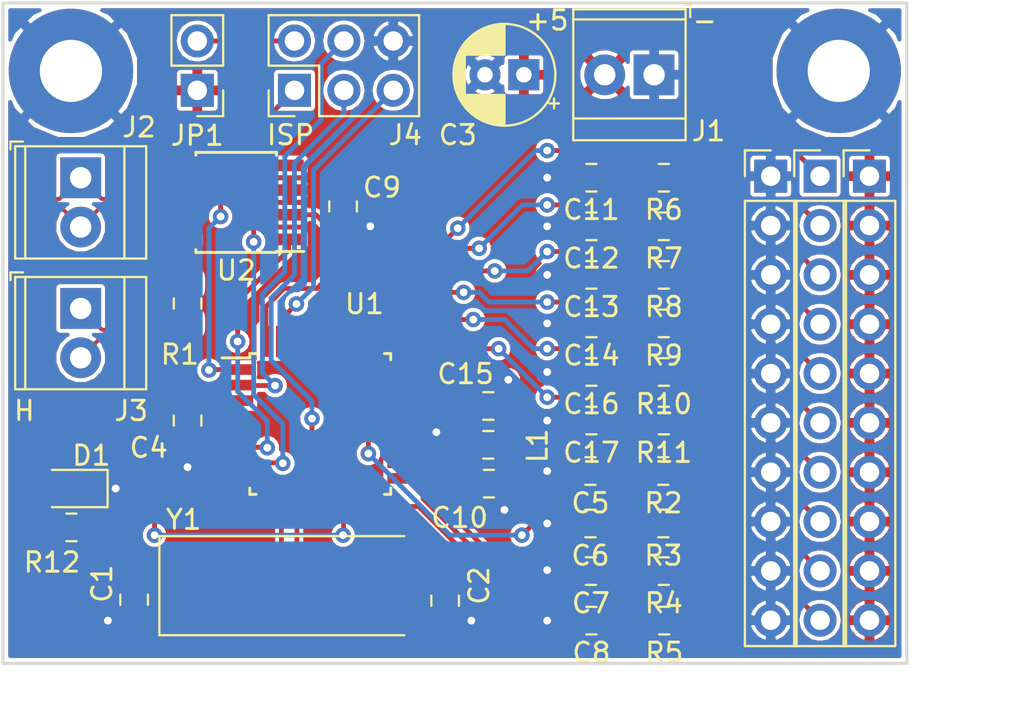
<source format=kicad_pcb>
(kicad_pcb (version 20171130) (host pcbnew 5.0.2+dfsg1-1)
  (layers (0 F.Cu signal) (31 B.Cu signal) (34 B.Paste user) (35 F.Paste user) (36 B.SilkS user) (37 F.SilkS user) (38 B.Mask user) (39 F.Mask user) (44 Edge.Cuts user))
  (net 0 "")
  (net 1 "Net-(C1-Pad1)")
  (net 2 GND)
  (net 3 "Net-(C2-Pad2)")
  (net 4 VCC)
  (net 5 /ADC8)
  (net 6 /ADC9)
  (net 7 /ADC10)
  (net 8 /ADC5)
  (net 9 VAA)
  (net 10 /PCINT15)
  (net 11 /PCINT5)
  (net 12 /PCINT6)
  (net 13 /PCINT16)
  (net 14 /AREF)
  (net 15 /PCINT8)
  (net 16 /PCINT17)
  (net 17 /CAN_N)
  (net 18 /CAN_P)
  (net 19 /ISP_MISO)
  (net 20 "Net-(J4-Pad2)")
  (net 21 /ISP_SCK)
  (net 22 /ISP_MOSI)
  (net 23 /~ISP_RESET)
  (net 24 /AIN0)
  (net 25 /AIN1)
  (net 26 /AIN2)
  (net 27 /AIN3)
  (net 28 /DIN0)
  (net 29 /DIN1)
  (net 30 /DIN2)
  (net 31 /DIN3)
  (net 32 /DIN4)
  (net 33 /DIN5)
  (net 34 /CAN_HISPEED)
  (net 35 "Net-(R1-Pad1)")
  (net 36 /CAN_TXD)
  (net 37 /CAN_RXD)
  (net 38 "Net-(D1-Pad2)")
  (module Capacitor_SMD:C_0805_2012Metric_Pad1.15x1.40mm_HandSolder (layer F.Cu) (at 129.75 92.725 270)
    (fp_text reference C1 (at -0.825 1.65 270) (layer F.SilkS))
    (fp_text value 22p)
    (pad 1 smd roundrect (at -1.025 0 270) (size 1.15 1.4) (layers F.Cu F.Paste F.Mask) (roundrect_rratio 0.217391) (net 1 "Net-(C1-Pad1)"))
    (pad 2 smd roundrect (at 1.025 0 270) (size 1.15 1.4) (layers F.Cu F.Paste F.Mask) (roundrect_rratio 0.217391) (net 2 GND))
  )
  (module Capacitor_SMD:C_0805_2012Metric_Pad1.15x1.40mm_HandSolder (layer F.Cu) (at 145.75 92.775 90)
    (fp_text reference C2 (at 0.775 1.75 90) (layer F.SilkS))
    (fp_text value 22p)
    (pad 1 smd roundrect (at -1.025 0 90) (size 1.15 1.4) (layers F.Cu F.Paste F.Mask) (roundrect_rratio 0.217391) (net 2 GND))
    (pad 2 smd roundrect (at 1.025 0 90) (size 1.15 1.4) (layers F.Cu F.Paste F.Mask) (roundrect_rratio 0.217391) (net 3 "Net-(C2-Pad2)"))
  )
  (module Capacitor_THT:CP_Radial_D5.0mm_P2.00mm (layer F.Cu) (at 149.8 65.7 180)
    (fp_text reference C3 (at 3.4 -3.1 180) (layer F.SilkS))
    (fp_text value 10u)
    (pad 1 thru_hole rect (at 0 0 180) (size 1.6 1.6) (drill 0.8) (layers *.Cu *.Mask) (net 4 VCC))
    (pad 2 thru_hole circle (at 2 0 180) (size 1.6 1.6) (drill 0.8) (layers *.Cu *.Mask) (net 2 GND))
  )
  (module Capacitor_SMD:C_0805_2012Metric_Pad1.15x1.40mm_HandSolder (layer F.Cu) (at 132.5 83.5 270)
    (fp_text reference C4 (at 1.4 2) (layer F.SilkS))
    (fp_text value 100n)
    (pad 1 smd roundrect (at -1.025 0 270) (size 1.15 1.4) (layers F.Cu F.Paste F.Mask) (roundrect_rratio 0.217391) (net 4 VCC))
    (pad 2 smd roundrect (at 1.025 0 270) (size 1.15 1.4) (layers F.Cu F.Paste F.Mask) (roundrect_rratio 0.217391) (net 2 GND))
  )
  (module Capacitor_SMD:C_0805_2012Metric_Pad1.15x1.40mm_HandSolder (layer F.Cu) (at 153.225 86.1 180)
    (fp_text reference C5 (at 0 -1.65 180) (layer F.SilkS))
    (fp_text value 10n)
    (pad 1 smd roundrect (at -1.025 0 180) (size 1.15 1.4) (layers F.Cu F.Paste F.Mask) (roundrect_rratio 0.217391) (net 7 /ADC10))
    (pad 2 smd roundrect (at 1.025 0 180) (size 1.15 1.4) (layers F.Cu F.Paste F.Mask) (roundrect_rratio 0.217391) (net 2 GND))
  )
  (module Capacitor_SMD:C_0805_2012Metric_Pad1.15x1.40mm_HandSolder (layer F.Cu) (at 153.225 88.8 180)
    (fp_text reference C6 (at 0 -1.65 180) (layer F.SilkS))
    (fp_text value 10n)
    (pad 1 smd roundrect (at -1.025 0 180) (size 1.15 1.4) (layers F.Cu F.Paste F.Mask) (roundrect_rratio 0.217391) (net 6 /ADC9))
    (pad 2 smd roundrect (at 1.025 0 180) (size 1.15 1.4) (layers F.Cu F.Paste F.Mask) (roundrect_rratio 0.217391) (net 2 GND))
  )
  (module Capacitor_SMD:C_0805_2012Metric_Pad1.15x1.40mm_HandSolder (layer F.Cu) (at 153.25 91.25 180)
    (fp_text reference C7 (at 0 -1.65 180) (layer F.SilkS))
    (fp_text value 10n)
    (pad 1 smd roundrect (at -1.025 0 180) (size 1.15 1.4) (layers F.Cu F.Paste F.Mask) (roundrect_rratio 0.217391) (net 5 /ADC8))
    (pad 2 smd roundrect (at 1.025 0 180) (size 1.15 1.4) (layers F.Cu F.Paste F.Mask) (roundrect_rratio 0.217391) (net 2 GND))
  )
  (module Capacitor_SMD:C_0805_2012Metric_Pad1.15x1.40mm_HandSolder (layer F.Cu) (at 153.275 93.8 180)
    (fp_text reference C8 (at 0 -1.65 180) (layer F.SilkS))
    (fp_text value 10n)
    (pad 2 smd roundrect (at 1.025 0 180) (size 1.15 1.4) (layers F.Cu F.Paste F.Mask) (roundrect_rratio 0.217391) (net 2 GND))
    (pad 1 smd roundrect (at -1.025 0 180) (size 1.15 1.4) (layers F.Cu F.Paste F.Mask) (roundrect_rratio 0.217391) (net 8 /ADC5))
  )
  (module Capacitor_SMD:C_0805_2012Metric_Pad1.15x1.40mm_HandSolder (layer F.Cu) (at 140.5 72.475 270)
    (fp_text reference C9 (at -0.975 -2) (layer F.SilkS))
    (fp_text value 100n)
    (pad 2 smd roundrect (at 1.025 0 270) (size 1.15 1.4) (layers F.Cu F.Paste F.Mask) (roundrect_rratio 0.217391) (net 2 GND))
    (pad 1 smd roundrect (at -1.025 0 270) (size 1.15 1.4) (layers F.Cu F.Paste F.Mask) (roundrect_rratio 0.217391) (net 4 VCC))
  )
  (module Capacitor_SMD:C_0805_2012Metric_Pad1.15x1.40mm_HandSolder (layer F.Cu) (at 148 86.75)
    (fp_text reference C10 (at -1.5 1.75) (layer F.SilkS))
    (fp_text value 100n)
    (pad 1 smd roundrect (at -1.025 0) (size 1.15 1.4) (layers F.Cu F.Paste F.Mask) (roundrect_rratio 0.217391) (net 9 VAA))
    (pad 2 smd roundrect (at 1.025 0) (size 1.15 1.4) (layers F.Cu F.Paste F.Mask) (roundrect_rratio 0.217391) (net 2 GND))
  )
  (module Capacitor_SMD:C_0805_2012Metric_Pad1.15x1.40mm_HandSolder (layer F.Cu) (at 153.275 71 180)
    (fp_text reference C11 (at 0 -1.65 180) (layer F.SilkS))
    (fp_text value 10n)
    (pad 2 smd roundrect (at 1.025 0 180) (size 1.15 1.4) (layers F.Cu F.Paste F.Mask) (roundrect_rratio 0.217391) (net 2 GND))
    (pad 1 smd roundrect (at -1.025 0 180) (size 1.15 1.4) (layers F.Cu F.Paste F.Mask) (roundrect_rratio 0.217391) (net 16 /PCINT17))
  )
  (module Capacitor_SMD:C_0805_2012Metric_Pad1.15x1.40mm_HandSolder (layer F.Cu) (at 153.275 73.5 180)
    (fp_text reference C12 (at 0 -1.65 180) (layer F.SilkS))
    (fp_text value 10n)
    (pad 2 smd roundrect (at 1.025 0 180) (size 1.15 1.4) (layers F.Cu F.Paste F.Mask) (roundrect_rratio 0.217391) (net 2 GND))
    (pad 1 smd roundrect (at -1.025 0 180) (size 1.15 1.4) (layers F.Cu F.Paste F.Mask) (roundrect_rratio 0.217391) (net 15 /PCINT8))
  )
  (module Capacitor_SMD:C_0805_2012Metric_Pad1.15x1.40mm_HandSolder (layer F.Cu) (at 153.275 76 180)
    (fp_text reference C13 (at 0 -1.65 180) (layer F.SilkS))
    (fp_text value 10n)
    (pad 2 smd roundrect (at 1.025 0 180) (size 1.15 1.4) (layers F.Cu F.Paste F.Mask) (roundrect_rratio 0.217391) (net 2 GND))
    (pad 1 smd roundrect (at -1.025 0 180) (size 1.15 1.4) (layers F.Cu F.Paste F.Mask) (roundrect_rratio 0.217391) (net 13 /PCINT16))
  )
  (module Capacitor_SMD:C_0805_2012Metric_Pad1.15x1.40mm_HandSolder (layer F.Cu) (at 153.275 78.5 180)
    (fp_text reference C14 (at 0 -1.65 180) (layer F.SilkS))
    (fp_text value 10n)
    (pad 2 smd roundrect (at 1.025 0 180) (size 1.15 1.4) (layers F.Cu F.Paste F.Mask) (roundrect_rratio 0.217391) (net 2 GND))
    (pad 1 smd roundrect (at -1.025 0 180) (size 1.15 1.4) (layers F.Cu F.Paste F.Mask) (roundrect_rratio 0.217391) (net 12 /PCINT6))
  )
  (module Capacitor_SMD:C_0805_2012Metric_Pad1.15x1.40mm_HandSolder (layer F.Cu) (at 147.975 82.75)
    (fp_text reference C15 (at -1.175 -1.65) (layer F.SilkS))
    (fp_text value 100n/0R)
    (pad 1 smd roundrect (at -1.025 0) (size 1.15 1.4) (layers F.Cu F.Paste F.Mask) (roundrect_rratio 0.217391) (net 14 /AREF))
    (pad 2 smd roundrect (at 1.025 0) (size 1.15 1.4) (layers F.Cu F.Paste F.Mask) (roundrect_rratio 0.217391) (net 2 GND))
  )
  (module Capacitor_SMD:C_0805_2012Metric_Pad1.15x1.40mm_HandSolder (layer F.Cu) (at 153.275 81 180)
    (fp_text reference C16 (at 0 -1.65 180) (layer F.SilkS))
    (fp_text value 10n)
    (pad 2 smd roundrect (at 1.025 0 180) (size 1.15 1.4) (layers F.Cu F.Paste F.Mask) (roundrect_rratio 0.217391) (net 2 GND))
    (pad 1 smd roundrect (at -1.025 0 180) (size 1.15 1.4) (layers F.Cu F.Paste F.Mask) (roundrect_rratio 0.217391) (net 11 /PCINT5))
  )
  (module Capacitor_SMD:C_0805_2012Metric_Pad1.15x1.40mm_HandSolder (layer F.Cu) (at 153.275 83.5 180)
    (fp_text reference C17 (at 0 -1.65 180) (layer F.SilkS))
    (fp_text value 10n)
    (pad 2 smd roundrect (at 1.025 0 180) (size 1.15 1.4) (layers F.Cu F.Paste F.Mask) (roundrect_rratio 0.217391) (net 2 GND))
    (pad 1 smd roundrect (at -1.025 0 180) (size 1.15 1.4) (layers F.Cu F.Paste F.Mask) (roundrect_rratio 0.217391) (net 10 /PCINT15))
  )
  (module TerminalBlock_TE-Connectivity:TerminalBlock_TE_282834-2_1x02_P2.54mm_Horizontal (layer F.Cu) (at 156.5 65.7 180)
    (fp_text reference J1 (at -2.8 -2.9 180) (layer F.SilkS))
    (fp_text value 5V)
    (pad 1 thru_hole rect (at 0 0 180) (size 2.1 2.1) (drill 1.1) (layers *.Cu *.Mask) (net 2 GND))
    (pad 2 thru_hole circle (at 2.54 0 180) (size 2.1 2.1) (drill 1.1) (layers *.Cu *.Mask) (net 4 VCC))
  )
  (module TerminalBlock_TE-Connectivity:TerminalBlock_TE_282834-2_1x02_P2.54mm_Horizontal (layer F.Cu) (at 127 71 270)
    (fp_text reference J2 (at -2.6 -3) (layer F.SilkS))
    (fp_text value "CAN IN")
    (pad 1 thru_hole rect (at 0 0 270) (size 2.1 2.1) (drill 1.1) (layers *.Cu *.Mask) (net 17 /CAN_N))
    (pad 2 thru_hole circle (at 2.54 0 270) (size 2.1 2.1) (drill 1.1) (layers *.Cu *.Mask) (net 18 /CAN_P))
  )
  (module TerminalBlock_TE-Connectivity:TerminalBlock_TE_282834-2_1x02_P2.54mm_Horizontal (layer F.Cu) (at 127 77.73 270)
    (fp_text reference J3 (at 5.27 -2.6) (layer F.SilkS))
    (fp_text value "CAN OUT")
    (pad 2 thru_hole circle (at 2.54 0 270) (size 2.1 2.1) (drill 1.1) (layers *.Cu *.Mask) (net 18 /CAN_P))
    (pad 1 thru_hole rect (at 0 0 270) (size 2.1 2.1) (drill 1.1) (layers *.Cu *.Mask) (net 17 /CAN_N))
  )
  (module Connector_PinHeader_2.54mm:PinHeader_2x03_P2.54mm_Vertical (layer F.Cu) (at 138 66.5 90)
    (fp_text reference J4 (at -2.3 5.7 180) (layer F.SilkS))
    (fp_text value AVR-ISP-6)
    (pad 1 thru_hole rect (at 0 0 90) (size 1.7 1.7) (drill 1) (layers *.Cu *.Mask) (net 19 /ISP_MISO))
    (pad 2 thru_hole oval (at 2.54 0 90) (size 1.7 1.7) (drill 1) (layers *.Cu *.Mask) (net 20 "Net-(J4-Pad2)"))
    (pad 3 thru_hole oval (at 0 2.54 90) (size 1.7 1.7) (drill 1) (layers *.Cu *.Mask) (net 21 /ISP_SCK))
    (pad 4 thru_hole oval (at 2.54 2.54 90) (size 1.7 1.7) (drill 1) (layers *.Cu *.Mask) (net 22 /ISP_MOSI))
    (pad 5 thru_hole oval (at 0 5.08 90) (size 1.7 1.7) (drill 1) (layers *.Cu *.Mask) (net 23 /~ISP_RESET))
    (pad 6 thru_hole oval (at 2.54 5.08 90) (size 1.7 1.7) (drill 1) (layers *.Cu *.Mask) (net 2 GND))
  )
  (module Connector_PinHeader_2.54mm:PinHeader_1x02_P2.54mm_Vertical (layer F.Cu) (at 133 66.5 180)
    (fp_text reference JP1 (at 0 -2.33 180) (layer F.SilkS))
    (fp_text value "ISP POWER")
    (pad 1 thru_hole rect (at 0 0 180) (size 1.7 1.7) (drill 1) (layers *.Cu *.Mask) (net 4 VCC))
    (pad 2 thru_hole oval (at 0 2.54 180) (size 1.7 1.7) (drill 1) (layers *.Cu *.Mask) (net 20 "Net-(J4-Pad2)"))
  )
  (module Inductor_SMD:L_0805_2012Metric_Pad1.15x1.40mm_HandSolder (layer F.Cu) (at 147.975 84.75 180)
    (fp_text reference L1 (at -2.525 -0.05 270) (layer F.SilkS))
    (fp_text value 10u)
    (pad 1 smd roundrect (at -1.025 0 180) (size 1.15 1.4) (layers F.Cu F.Paste F.Mask) (roundrect_rratio 0.217391) (net 4 VCC))
    (pad 2 smd roundrect (at 1.025 0 180) (size 1.15 1.4) (layers F.Cu F.Paste F.Mask) (roundrect_rratio 0.217391) (net 9 VAA))
  )
  (module Resistor_SMD:R_0805_2012Metric_Pad1.15x1.40mm_HandSolder (layer F.Cu) (at 132.5 77.475 270)
    (fp_text reference R1 (at 2.625 0.4) (layer F.SilkS))
    (fp_text value 0)
    (pad 2 smd roundrect (at 1.025 0 270) (size 1.15 1.4) (layers F.Cu F.Paste F.Mask) (roundrect_rratio 0.217391) (net 34 /CAN_HISPEED))
    (pad 1 smd roundrect (at -1.025 0 270) (size 1.15 1.4) (layers F.Cu F.Paste F.Mask) (roundrect_rratio 0.217391) (net 35 "Net-(R1-Pad1)"))
  )
  (module Resistor_SMD:R_0805_2012Metric_Pad1.15x1.40mm_HandSolder (layer F.Cu) (at 156.975 86.1 180)
    (fp_text reference R2 (at 0 -1.65 180) (layer F.SilkS))
    (fp_text value 0)
    (pad 2 smd roundrect (at 1.025 0 180) (size 1.15 1.4) (layers F.Cu F.Paste F.Mask) (roundrect_rratio 0.217391) (net 7 /ADC10))
    (pad 1 smd roundrect (at -1.025 0 180) (size 1.15 1.4) (layers F.Cu F.Paste F.Mask) (roundrect_rratio 0.217391) (net 24 /AIN0))
  )
  (module Resistor_SMD:R_0805_2012Metric_Pad1.15x1.40mm_HandSolder (layer F.Cu) (at 156.975 88.8 180)
    (fp_text reference R3 (at 0 -1.65 180) (layer F.SilkS))
    (fp_text value 0)
    (pad 2 smd roundrect (at 1.025 0 180) (size 1.15 1.4) (layers F.Cu F.Paste F.Mask) (roundrect_rratio 0.217391) (net 6 /ADC9))
    (pad 1 smd roundrect (at -1.025 0 180) (size 1.15 1.4) (layers F.Cu F.Paste F.Mask) (roundrect_rratio 0.217391) (net 25 /AIN1))
  )
  (module Resistor_SMD:R_0805_2012Metric_Pad1.15x1.40mm_HandSolder (layer F.Cu) (at 157 91.25 180)
    (fp_text reference R4 (at 0 -1.65 180) (layer F.SilkS))
    (fp_text value 0)
    (pad 1 smd roundrect (at -1.025 0 180) (size 1.15 1.4) (layers F.Cu F.Paste F.Mask) (roundrect_rratio 0.217391) (net 26 /AIN2))
    (pad 2 smd roundrect (at 1.025 0 180) (size 1.15 1.4) (layers F.Cu F.Paste F.Mask) (roundrect_rratio 0.217391) (net 5 /ADC8))
  )
  (module Resistor_SMD:R_0805_2012Metric_Pad1.15x1.40mm_HandSolder (layer F.Cu) (at 157.025 93.8 180)
    (fp_text reference R5 (at 0 -1.65 180) (layer F.SilkS))
    (fp_text value 0)
    (pad 1 smd roundrect (at -1.025 0 180) (size 1.15 1.4) (layers F.Cu F.Paste F.Mask) (roundrect_rratio 0.217391) (net 27 /AIN3))
    (pad 2 smd roundrect (at 1.025 0 180) (size 1.15 1.4) (layers F.Cu F.Paste F.Mask) (roundrect_rratio 0.217391) (net 8 /ADC5))
  )
  (module Resistor_SMD:R_0805_2012Metric_Pad1.15x1.40mm_HandSolder (layer F.Cu) (at 157 71 180)
    (fp_text reference R6 (at 0 -1.65 180) (layer F.SilkS))
    (fp_text value 0)
    (pad 1 smd roundrect (at -1.025 0 180) (size 1.15 1.4) (layers F.Cu F.Paste F.Mask) (roundrect_rratio 0.217391) (net 28 /DIN0))
    (pad 2 smd roundrect (at 1.025 0 180) (size 1.15 1.4) (layers F.Cu F.Paste F.Mask) (roundrect_rratio 0.217391) (net 16 /PCINT17))
  )
  (module Resistor_SMD:R_0805_2012Metric_Pad1.15x1.40mm_HandSolder (layer F.Cu) (at 157 73.5 180)
    (fp_text reference R7 (at 0 -1.65 180) (layer F.SilkS))
    (fp_text value 0)
    (pad 1 smd roundrect (at -1.025 0 180) (size 1.15 1.4) (layers F.Cu F.Paste F.Mask) (roundrect_rratio 0.217391) (net 29 /DIN1))
    (pad 2 smd roundrect (at 1.025 0 180) (size 1.15 1.4) (layers F.Cu F.Paste F.Mask) (roundrect_rratio 0.217391) (net 15 /PCINT8))
  )
  (module Resistor_SMD:R_0805_2012Metric_Pad1.15x1.40mm_HandSolder (layer F.Cu) (at 157 76 180)
    (fp_text reference R8 (at 0 -1.65 180) (layer F.SilkS))
    (fp_text value 0)
    (pad 1 smd roundrect (at -1.025 0 180) (size 1.15 1.4) (layers F.Cu F.Paste F.Mask) (roundrect_rratio 0.217391) (net 30 /DIN2))
    (pad 2 smd roundrect (at 1.025 0 180) (size 1.15 1.4) (layers F.Cu F.Paste F.Mask) (roundrect_rratio 0.217391) (net 13 /PCINT16))
  )
  (module Resistor_SMD:R_0805_2012Metric_Pad1.15x1.40mm_HandSolder (layer F.Cu) (at 157 78.5 180)
    (fp_text reference R9 (at 0 -1.65 180) (layer F.SilkS))
    (fp_text value 0)
    (pad 2 smd roundrect (at 1.025 0 180) (size 1.15 1.4) (layers F.Cu F.Paste F.Mask) (roundrect_rratio 0.217391) (net 12 /PCINT6))
    (pad 1 smd roundrect (at -1.025 0 180) (size 1.15 1.4) (layers F.Cu F.Paste F.Mask) (roundrect_rratio 0.217391) (net 31 /DIN3))
  )
  (module Resistor_SMD:R_0805_2012Metric_Pad1.15x1.40mm_HandSolder (layer F.Cu) (at 157 81 180)
    (fp_text reference R10 (at 0 -1.65 180) (layer F.SilkS))
    (fp_text value 0)
    (pad 2 smd roundrect (at 1.025 0 180) (size 1.15 1.4) (layers F.Cu F.Paste F.Mask) (roundrect_rratio 0.217391) (net 11 /PCINT5))
    (pad 1 smd roundrect (at -1.025 0 180) (size 1.15 1.4) (layers F.Cu F.Paste F.Mask) (roundrect_rratio 0.217391) (net 32 /DIN4))
  )
  (module Resistor_SMD:R_0805_2012Metric_Pad1.15x1.40mm_HandSolder (layer F.Cu) (at 157 83.5 180)
    (fp_text reference R11 (at 0 -1.65 180) (layer F.SilkS))
    (fp_text value 0)
    (pad 1 smd roundrect (at -1.025 0 180) (size 1.15 1.4) (layers F.Cu F.Paste F.Mask) (roundrect_rratio 0.217391) (net 33 /DIN5))
    (pad 2 smd roundrect (at 1.025 0 180) (size 1.15 1.4) (layers F.Cu F.Paste F.Mask) (roundrect_rratio 0.217391) (net 10 /PCINT15))
  )
  (module Package_QFP:TQFP-32_7x7mm_P0.8mm (layer F.Cu) (at 139.325001 83.675001)
    (fp_text reference U1 (at 2.274999 -6.175001) (layer F.SilkS))
    (fp_text value ATmega32M1-AU)
    (pad 1 smd rect (at -4.25 -2.8) (size 1.6 0.55) (layers F.Cu F.Paste F.Mask) (net 19 /ISP_MISO))
    (pad 2 smd rect (at -4.25 -2) (size 1.6 0.55) (layers F.Cu F.Paste F.Mask) (net 22 /ISP_MOSI))
    (pad 3 smd rect (at -4.25 -1.2) (size 1.6 0.55) (layers F.Cu F.Paste F.Mask))
    (pad 4 smd rect (at -4.25 -0.4) (size 1.6 0.55) (layers F.Cu F.Paste F.Mask) (net 4 VCC))
    (pad 5 smd rect (at -4.25 0.4) (size 1.6 0.55) (layers F.Cu F.Paste F.Mask) (net 2 GND))
    (pad 6 smd rect (at -4.25 1.2) (size 1.6 0.55) (layers F.Cu F.Paste F.Mask) (net 36 /CAN_TXD))
    (pad 7 smd rect (at -4.25 2) (size 1.6 0.55) (layers F.Cu F.Paste F.Mask) (net 37 /CAN_RXD))
    (pad 8 smd rect (at -4.25 2.8) (size 1.6 0.55) (layers F.Cu F.Paste F.Mask))
    (pad 9 smd rect (at -2.8 4.25 90) (size 1.6 0.55) (layers F.Cu F.Paste F.Mask))
    (pad 10 smd rect (at -2 4.25 90) (size 1.6 0.55) (layers F.Cu F.Paste F.Mask) (net 1 "Net-(C1-Pad1)"))
    (pad 11 smd rect (at -1.2 4.25 90) (size 1.6 0.55) (layers F.Cu F.Paste F.Mask) (net 3 "Net-(C2-Pad2)"))
    (pad 12 smd rect (at -0.4 4.25 90) (size 1.6 0.55) (layers F.Cu F.Paste F.Mask) (net 21 /ISP_SCK))
    (pad 13 smd rect (at 0.4 4.25 90) (size 1.6 0.55) (layers F.Cu F.Paste F.Mask))
    (pad 14 smd rect (at 1.2 4.25 90) (size 1.6 0.55) (layers F.Cu F.Paste F.Mask) (net 34 /CAN_HISPEED))
    (pad 15 smd rect (at 2 4.25 90) (size 1.6 0.55) (layers F.Cu F.Paste F.Mask))
    (pad 16 smd rect (at 2.8 4.25 90) (size 1.6 0.55) (layers F.Cu F.Paste F.Mask) (net 8 /ADC5))
    (pad 17 smd rect (at 4.25 2.8) (size 1.6 0.55) (layers F.Cu F.Paste F.Mask) (net 5 /ADC8))
    (pad 18 smd rect (at 4.25 2) (size 1.6 0.55) (layers F.Cu F.Paste F.Mask) (net 6 /ADC9))
    (pad 19 smd rect (at 4.25 1.2) (size 1.6 0.55) (layers F.Cu F.Paste F.Mask) (net 9 VAA))
    (pad 20 smd rect (at 4.25 0.4) (size 1.6 0.55) (layers F.Cu F.Paste F.Mask) (net 2 GND))
    (pad 21 smd rect (at 4.25 -0.4) (size 1.6 0.55) (layers F.Cu F.Paste F.Mask) (net 14 /AREF))
    (pad 22 smd rect (at 4.25 -1.2) (size 1.6 0.55) (layers F.Cu F.Paste F.Mask) (net 7 /ADC10))
    (pad 23 smd rect (at 4.25 -2) (size 1.6 0.55) (layers F.Cu F.Paste F.Mask))
    (pad 24 smd rect (at 4.25 -2.8) (size 1.6 0.55) (layers F.Cu F.Paste F.Mask))
    (pad 25 smd rect (at 2.8 -4.25 90) (size 1.6 0.55) (layers F.Cu F.Paste F.Mask) (net 10 /PCINT15))
    (pad 26 smd rect (at 2 -4.25 90) (size 1.6 0.55) (layers F.Cu F.Paste F.Mask) (net 11 /PCINT5))
    (pad 27 smd rect (at 1.2 -4.25 90) (size 1.6 0.55) (layers F.Cu F.Paste F.Mask) (net 12 /PCINT6))
    (pad 28 smd rect (at 0.4 -4.25 90) (size 1.6 0.55) (layers F.Cu F.Paste F.Mask))
    (pad 29 smd rect (at -0.4 -4.25 90) (size 1.6 0.55) (layers F.Cu F.Paste F.Mask) (net 13 /PCINT16))
    (pad 30 smd rect (at -1.2 -4.25 90) (size 1.6 0.55) (layers F.Cu F.Paste F.Mask) (net 15 /PCINT8))
    (pad 31 smd rect (at -2 -4.25 90) (size 1.6 0.55) (layers F.Cu F.Paste F.Mask) (net 23 /~ISP_RESET))
    (pad 32 smd rect (at -2.8 -4.25 90) (size 1.6 0.55) (layers F.Cu F.Paste F.Mask) (net 16 /PCINT17))
  )
  (module Package_SO:SOIC-8_3.9x4.9mm_P1.27mm (layer F.Cu) (at 135 72.27 180)
    (fp_text reference U2 (at 0 -3.5 180) (layer F.SilkS))
    (fp_text value MCP2551-I-SN)
    (pad 1 smd rect (at -2.7 -1.905 180) (size 1.55 0.6) (layers F.Cu F.Paste F.Mask) (net 36 /CAN_TXD))
    (pad 2 smd rect (at -2.7 -0.635 180) (size 1.55 0.6) (layers F.Cu F.Paste F.Mask) (net 2 GND))
    (pad 3 smd rect (at -2.7 0.635 180) (size 1.55 0.6) (layers F.Cu F.Paste F.Mask) (net 4 VCC))
    (pad 4 smd rect (at -2.7 1.905 180) (size 1.55 0.6) (layers F.Cu F.Paste F.Mask) (net 37 /CAN_RXD))
    (pad 5 smd rect (at 2.7 1.905 180) (size 1.55 0.6) (layers F.Cu F.Paste F.Mask))
    (pad 6 smd rect (at 2.7 0.635 180) (size 1.55 0.6) (layers F.Cu F.Paste F.Mask) (net 17 /CAN_N))
    (pad 7 smd rect (at 2.7 -0.635 180) (size 1.55 0.6) (layers F.Cu F.Paste F.Mask) (net 18 /CAN_P))
    (pad 8 smd rect (at 2.7 -1.905 180) (size 1.55 0.6) (layers F.Cu F.Paste F.Mask) (net 35 "Net-(R1-Pad1)"))
  )
  (module Crystal:Crystal_SMD_HC49-SD (layer F.Cu) (at 137.75 92)
    (fp_text reference Y1 (at -5.45 -3.4) (layer F.SilkS))
    (fp_text value 16MHz)
    (pad 1 smd rect (at -4.25 0) (size 4.5 2) (layers F.Cu F.Paste F.Mask) (net 1 "Net-(C1-Pad1)"))
    (pad 2 smd rect (at 4.25 0) (size 4.5 2) (layers F.Cu F.Paste F.Mask) (net 3 "Net-(C2-Pad2)"))
  )
  (module Connector_PinHeader_2.54mm:PinHeader_1x10_P2.54mm_Vertical (layer F.Cu) (at 167.58 70.92)
    (fp_text reference J6 hide)
    (fp_text value "SENSOR VCC")
    (pad 1 thru_hole rect (at 0 0) (size 1.7 1.7) (drill 1) (layers *.Cu *.Mask) (net 4 VCC))
    (pad 2 thru_hole oval (at 0 2.54) (size 1.7 1.7) (drill 1) (layers *.Cu *.Mask) (net 4 VCC))
    (pad 3 thru_hole oval (at 0 5.08) (size 1.7 1.7) (drill 1) (layers *.Cu *.Mask) (net 4 VCC))
    (pad 4 thru_hole oval (at 0 7.62) (size 1.7 1.7) (drill 1) (layers *.Cu *.Mask) (net 4 VCC))
    (pad 5 thru_hole oval (at 0 10.16) (size 1.7 1.7) (drill 1) (layers *.Cu *.Mask) (net 4 VCC))
    (pad 6 thru_hole oval (at 0 12.7) (size 1.7 1.7) (drill 1) (layers *.Cu *.Mask) (net 4 VCC))
    (pad 7 thru_hole oval (at 0 15.24) (size 1.7 1.7) (drill 1) (layers *.Cu *.Mask) (net 4 VCC))
    (pad 8 thru_hole oval (at 0 17.78) (size 1.7 1.7) (drill 1) (layers *.Cu *.Mask) (net 4 VCC))
    (pad 9 thru_hole oval (at 0 20.32) (size 1.7 1.7) (drill 1) (layers *.Cu *.Mask) (net 4 VCC))
    (pad 10 thru_hole oval (at 0 22.86) (size 1.7 1.7) (drill 1) (layers *.Cu *.Mask) (net 4 VCC))
  )
  (module Connector_PinHeader_2.54mm:PinHeader_1x10_P2.54mm_Vertical (layer F.Cu) (at 165.04 70.92)
    (fp_text reference J5 hide)
    (fp_text value "SENSOR IN")
    (pad 10 thru_hole oval (at 0 22.86) (size 1.7 1.7) (drill 1) (layers *.Cu *.Mask) (net 27 /AIN3))
    (pad 9 thru_hole oval (at 0 20.32) (size 1.7 1.7) (drill 1) (layers *.Cu *.Mask) (net 26 /AIN2))
    (pad 8 thru_hole oval (at 0 17.78) (size 1.7 1.7) (drill 1) (layers *.Cu *.Mask) (net 25 /AIN1))
    (pad 7 thru_hole oval (at 0 15.24) (size 1.7 1.7) (drill 1) (layers *.Cu *.Mask) (net 24 /AIN0))
    (pad 6 thru_hole oval (at 0 12.7) (size 1.7 1.7) (drill 1) (layers *.Cu *.Mask) (net 33 /DIN5))
    (pad 5 thru_hole oval (at 0 10.16) (size 1.7 1.7) (drill 1) (layers *.Cu *.Mask) (net 32 /DIN4))
    (pad 4 thru_hole oval (at 0 7.62) (size 1.7 1.7) (drill 1) (layers *.Cu *.Mask) (net 31 /DIN3))
    (pad 3 thru_hole oval (at 0 5.08) (size 1.7 1.7) (drill 1) (layers *.Cu *.Mask) (net 30 /DIN2))
    (pad 2 thru_hole oval (at 0 2.54) (size 1.7 1.7) (drill 1) (layers *.Cu *.Mask) (net 29 /DIN1))
    (pad 1 thru_hole rect (at 0 0) (size 1.7 1.7) (drill 1) (layers *.Cu *.Mask) (net 28 /DIN0))
  )
  (module Connector_PinHeader_2.54mm:PinHeader_1x10_P2.54mm_Vertical (layer F.Cu) (at 162.5 70.92)
    (fp_text reference J7 hide)
    (fp_text value "SENSOR GND")
    (pad 1 thru_hole rect (at 0 0) (size 1.7 1.7) (drill 1) (layers *.Cu *.Mask) (net 2 GND))
    (pad 2 thru_hole oval (at 0 2.54) (size 1.7 1.7) (drill 1) (layers *.Cu *.Mask) (net 2 GND))
    (pad 3 thru_hole oval (at 0 5.08) (size 1.7 1.7) (drill 1) (layers *.Cu *.Mask) (net 2 GND))
    (pad 4 thru_hole oval (at 0 7.62) (size 1.7 1.7) (drill 1) (layers *.Cu *.Mask) (net 2 GND))
    (pad 5 thru_hole oval (at 0 10.16) (size 1.7 1.7) (drill 1) (layers *.Cu *.Mask) (net 2 GND))
    (pad 6 thru_hole oval (at 0 12.7) (size 1.7 1.7) (drill 1) (layers *.Cu *.Mask) (net 2 GND))
    (pad 7 thru_hole oval (at 0 15.24) (size 1.7 1.7) (drill 1) (layers *.Cu *.Mask) (net 2 GND))
    (pad 8 thru_hole oval (at 0 17.78) (size 1.7 1.7) (drill 1) (layers *.Cu *.Mask) (net 2 GND))
    (pad 9 thru_hole oval (at 0 20.32) (size 1.7 1.7) (drill 1) (layers *.Cu *.Mask) (net 2 GND))
    (pad 10 thru_hole oval (at 0 22.86) (size 1.7 1.7) (drill 1) (layers *.Cu *.Mask) (net 2 GND))
  )
  (module MountingHole:MountingHole_3.2mm_M3_Pad (layer F.Cu) (at 126.5 65.5)
    (fp_text reference H1 hide)
    (fp_text value NW)
    (pad 1 thru_hole circle (at 0 0) (size 6.4 6.4) (drill 3.2) (layers *.Cu *.Mask) (net 2 GND))
  )
  (module MountingHole:MountingHole_3.2mm_M3_Pad (layer F.Cu) (at 166 65.5)
    (fp_text reference H2 hide)
    (fp_text value NE)
    (pad 1 thru_hole circle (at 0 0) (size 6.4 6.4) (drill 3.2) (layers *.Cu *.Mask) (net 2 GND))
  )
  (module LED_SMD:LED_0805_2012Metric_Pad1.15x1.40mm_HandSolder (layer F.Cu) (at 126.525 87 180)
    (fp_text reference D1 (at -1.025 1.7 180) (layer F.SilkS))
    (fp_text value POWER)
    (pad 1 smd roundrect (at -1.025 0 180) (size 1.15 1.4) (layers F.Cu F.Paste F.Mask) (roundrect_rratio 0.217391) (net 2 GND))
    (pad 2 smd roundrect (at 1.025 0 180) (size 1.15 1.4) (layers F.Cu F.Paste F.Mask) (roundrect_rratio 0.217391) (net 38 "Net-(D1-Pad2)"))
  )
  (module Resistor_SMD:R_0805_2012Metric_Pad1.15x1.40mm_HandSolder (layer F.Cu) (at 126.525 89)
    (fp_text reference R12 (at -1 1.8 180) (layer F.SilkS))
    (fp_text value 470)
    (pad 1 smd roundrect (at -1.025 0) (size 1.15 1.4) (layers F.Cu F.Paste F.Mask) (roundrect_rratio 0.217391) (net 38 "Net-(D1-Pad2)"))
    (pad 2 smd roundrect (at 1.025 0) (size 1.15 1.4) (layers F.Cu F.Paste F.Mask) (roundrect_rratio 0.217391) (net 4 VCC))
  )
  (gr_text H (at 124.1 83) (layer F.SilkS) (effects (font (size 1 1))))
  (gr_text ISP (at 137.8 68.8) (layer F.SilkS) (effects (font (size 1 1))))
  (gr_text +5 (at 151 62.9) (layer F.SilkS) (effects (font (size 1 1))))
  (gr_text - (at 159.1 62.9) (layer F.SilkS) (effects (font (size 1 1))))
  (gr_line (start 123 62) (end 169.5 62) (layer Edge.Cuts) (width 0.15))
  (gr_line (start 123 96) (end 123 62) (layer Edge.Cuts) (width 0.15))
  (gr_line (start 169.5 96) (end 123 96) (layer Edge.Cuts) (width 0.15))
  (gr_line (start 169.5 62) (end 169.5 96) (layer Edge.Cuts) (width 0.15))
  (segment (start 130.05 92) (end 129.75 91.7) (width 0.25) (layer F.Cu) (net 1))
  (segment (start 133.5 92) (end 130.05 92) (width 0.25) (layer F.Cu) (net 1))
  (segment (start 137.325001 88.975001) (end 137.325001 87.925001) (width 0.25) (layer F.Cu) (net 1))
  (segment (start 137.325001 90.674999) (end 137.325001 88.975001) (width 0.25) (layer F.Cu) (net 1))
  (segment (start 136 92) (end 137.325001 90.674999) (width 0.25) (layer F.Cu) (net 1))
  (segment (start 133.5 92) (end 136 92) (width 0.25) (layer F.Cu) (net 1))
  (via (at 151 71) (size 0.8) (drill 0.4) (layers F.Cu B.Cu) (net 2))
  (segment (start 152.25 71) (end 151 71) (width 0.25) (layer F.Cu) (net 2))
  (via (at 151 76) (size 0.8) (drill 0.4) (layers F.Cu B.Cu) (net 2))
  (segment (start 152.25 76) (end 151 76) (width 0.25) (layer F.Cu) (net 2))
  (via (at 151 78.5) (size 0.8) (drill 0.4) (layers F.Cu B.Cu) (net 2))
  (segment (start 152.25 78.5) (end 151 78.5) (width 0.25) (layer F.Cu) (net 2))
  (via (at 151 81) (size 0.8) (drill 0.4) (layers F.Cu B.Cu) (net 2))
  (segment (start 152.25 81) (end 151 81) (width 0.25) (layer F.Cu) (net 2))
  (via (at 151 83.5) (size 0.8) (drill 0.4) (layers F.Cu B.Cu) (net 2))
  (segment (start 152.25 83.5) (end 151 83.5) (width 0.25) (layer F.Cu) (net 2))
  (via (at 151 86.1) (size 0.8) (drill 0.4) (layers F.Cu B.Cu) (net 2))
  (segment (start 152.2 86.1) (end 151 86.1) (width 0.25) (layer F.Cu) (net 2))
  (via (at 151 88.8) (size 0.8) (drill 0.4) (layers F.Cu B.Cu) (net 2))
  (segment (start 152.2 88.8) (end 151 88.8) (width 0.25) (layer F.Cu) (net 2))
  (segment (start 152.225 91.25) (end 151.05 91.25) (width 0.25) (layer F.Cu) (net 2))
  (via (at 151 91.2) (size 0.8) (drill 0.4) (layers F.Cu B.Cu) (net 2))
  (segment (start 151.05 91.25) (end 151 91.2) (width 0.25) (layer F.Cu) (net 2))
  (via (at 151 93.8) (size 0.8) (drill 0.4) (layers F.Cu B.Cu) (net 2))
  (segment (start 152.25 93.8) (end 151 93.8) (width 0.25) (layer F.Cu) (net 2))
  (via (at 147.1 93.8) (size 0.8) (drill 0.4) (layers F.Cu B.Cu) (net 2))
  (segment (start 145.75 93.8) (end 147.1 93.8) (width 0.25) (layer F.Cu) (net 2))
  (via (at 128.4 93.8) (size 0.8) (drill 0.4) (layers F.Cu B.Cu) (net 2))
  (segment (start 129.75 93.75) (end 128.45 93.75) (width 0.25) (layer F.Cu) (net 2))
  (segment (start 128.45 93.75) (end 128.4 93.8) (width 0.25) (layer F.Cu) (net 2))
  (segment (start 132.949999 84.075001) (end 132.5 84.525) (width 0.25) (layer F.Cu) (net 2))
  (segment (start 135.075001 84.075001) (end 132.949999 84.075001) (width 0.25) (layer F.Cu) (net 2))
  (via (at 141.9 73.5) (size 0.8) (drill 0.4) (layers F.Cu B.Cu) (net 2))
  (segment (start 140.5 73.5) (end 141.9 73.5) (width 0.25) (layer F.Cu) (net 2))
  (via (at 149 81.4) (size 0.8) (drill 0.4) (layers F.Cu B.Cu) (net 2))
  (segment (start 149 82.75) (end 149 81.4) (width 0.25) (layer F.Cu) (net 2))
  (via (at 132.5 85.9) (size 0.8) (drill 0.4) (layers F.Cu B.Cu) (net 2))
  (segment (start 132.5 84.525) (end 132.5 85.9) (width 0.25) (layer F.Cu) (net 2))
  (segment (start 143.575001 84.075001) (end 145.275001 84.075001) (width 0.25) (layer F.Cu) (net 2))
  (via (at 145.3 84.1) (size 0.8) (drill 0.4) (layers F.Cu B.Cu) (net 2))
  (segment (start 145.275001 84.075001) (end 145.3 84.1) (width 0.25) (layer F.Cu) (net 2))
  (segment (start 139.105 72.905) (end 139 72.905) (width 0.25) (layer F.Cu) (net 2))
  (segment (start 139.7 73.5) (end 139.105 72.905) (width 0.25) (layer F.Cu) (net 2))
  (segment (start 140.5 73.5) (end 139.7 73.5) (width 0.25) (layer F.Cu) (net 2))
  (segment (start 137.7 72.905) (end 139 72.905) (width 0.25) (layer F.Cu) (net 2))
  (via (at 151 73.5) (size 0.8) (drill 0.4) (layers F.Cu B.Cu) (net 2))
  (segment (start 152.25 73.5) (end 151 73.5) (width 0.25) (layer F.Cu) (net 2))
  (via (at 148.8 88.1) (size 0.8) (drill 0.4) (layers F.Cu B.Cu) (net 2))
  (segment (start 148.8 86.975) (end 149.025 86.75) (width 0.25) (layer F.Cu) (net 2))
  (segment (start 148.8 88.1) (end 148.8 86.975) (width 0.25) (layer F.Cu) (net 2))
  (via (at 128.8 87) (size 0.8) (drill 0.4) (layers F.Cu B.Cu) (net 2))
  (segment (start 127.55 87) (end 128.8 87) (width 0.25) (layer F.Cu) (net 2))
  (segment (start 145.5 92) (end 145.75 91.75) (width 0.25) (layer F.Cu) (net 3))
  (segment (start 142 92) (end 145.5 92) (width 0.25) (layer F.Cu) (net 3))
  (segment (start 138.125001 90.625001) (end 139.5 92) (width 0.25) (layer F.Cu) (net 3))
  (segment (start 139.5 92) (end 142 92) (width 0.25) (layer F.Cu) (net 3))
  (segment (start 138.125001 87.925001) (end 138.125001 90.625001) (width 0.25) (layer F.Cu) (net 3))
  (segment (start 155.975 91.25) (end 154.275 91.25) (width 0.25) (layer F.Cu) (net 5))
  (segment (start 154.275 91.25) (end 153.225 92.3) (width 0.25) (layer F.Cu) (net 5))
  (segment (start 144.625001 87.000001) (end 144.100001 86.475001) (width 0.25) (layer F.Cu) (net 5))
  (segment (start 144.625001 87.534416) (end 144.625001 87.000001) (width 0.25) (layer F.Cu) (net 5))
  (segment (start 144.100001 86.475001) (end 143.575001 86.475001) (width 0.25) (layer F.Cu) (net 5))
  (segment (start 151.03641 92.3) (end 149.345825 90.609415) (width 0.25) (layer F.Cu) (net 5))
  (segment (start 147.7 90.609415) (end 144.625001 87.534416) (width 0.25) (layer F.Cu) (net 5))
  (segment (start 149.345825 90.609415) (end 147.7 90.609415) (width 0.25) (layer F.Cu) (net 5))
  (segment (start 153.225 92.3) (end 151.03641 92.3) (width 0.25) (layer F.Cu) (net 5))
  (segment (start 155.95 88.8) (end 154.25 88.8) (width 0.25) (layer F.Cu) (net 6))
  (segment (start 145.3 87.573004) (end 145.3 86.35) (width 0.25) (layer F.Cu) (net 6))
  (segment (start 145.3 86.35) (end 144.625001 85.675001) (width 0.25) (layer F.Cu) (net 6))
  (segment (start 152.924998 90.125002) (end 147.851998 90.125002) (width 0.25) (layer F.Cu) (net 6))
  (segment (start 154.25 88.8) (end 152.924998 90.125002) (width 0.25) (layer F.Cu) (net 6))
  (segment (start 144.625001 85.675001) (end 143.575001 85.675001) (width 0.25) (layer F.Cu) (net 6))
  (segment (start 147.851998 90.125002) (end 145.3 87.573004) (width 0.25) (layer F.Cu) (net 6))
  (segment (start 155.95 86.1) (end 154.25 86.1) (width 0.25) (layer F.Cu) (net 7))
  (via (at 141.8 85.2) (size 0.8) (drill 0.4) (layers F.Cu B.Cu) (net 7))
  (via (at 149.7 89.4) (size 0.8) (drill 0.4) (layers F.Cu B.Cu) (net 7))
  (segment (start 141.8 85.2) (end 141.8 83.200002) (width 0.25) (layer F.Cu) (net 7))
  (segment (start 141.8 83.200002) (end 142.525001 82.475001) (width 0.25) (layer F.Cu) (net 7))
  (segment (start 142.525001 82.475001) (end 143.575001 82.475001) (width 0.25) (layer F.Cu) (net 7))
  (segment (start 146 89.4) (end 149.7 89.4) (width 0.25) (layer B.Cu) (net 7))
  (segment (start 141.8 85.2) (end 146 89.4) (width 0.25) (layer B.Cu) (net 7))
  (segment (start 151.1 87.4) (end 152.95 87.4) (width 0.25) (layer F.Cu) (net 7))
  (segment (start 150.2 88.3) (end 151.1 87.4) (width 0.25) (layer F.Cu) (net 7))
  (segment (start 152.95 87.4) (end 154.25 86.1) (width 0.25) (layer F.Cu) (net 7))
  (segment (start 150.2 88.9) (end 150.2 88.3) (width 0.25) (layer F.Cu) (net 7))
  (segment (start 149.7 89.4) (end 150.2 88.9) (width 0.25) (layer F.Cu) (net 7))
  (segment (start 156 93.8) (end 154.3 93.8) (width 0.25) (layer F.Cu) (net 8))
  (segment (start 153.1 95) (end 154.3 93.8) (width 0.25) (layer F.Cu) (net 8))
  (segment (start 150.9 95) (end 153.1 95) (width 0.25) (layer F.Cu) (net 8))
  (segment (start 142.125001 87.925001) (end 144.379175 87.925001) (width 0.25) (layer F.Cu) (net 8))
  (segment (start 150.2 92.1) (end 150.2 94.3) (width 0.25) (layer F.Cu) (net 8))
  (segment (start 144.379175 87.925001) (end 147.554174 91.1) (width 0.25) (layer F.Cu) (net 8))
  (segment (start 147.554174 91.1) (end 149.2 91.1) (width 0.25) (layer F.Cu) (net 8))
  (segment (start 149.2 91.1) (end 150.2 92.1) (width 0.25) (layer F.Cu) (net 8))
  (segment (start 150.2 94.3) (end 150.9 95) (width 0.25) (layer F.Cu) (net 8))
  (segment (start 146.824999 84.875001) (end 146.95 84.75) (width 0.25) (layer F.Cu) (net 9))
  (segment (start 143.575001 84.875001) (end 146.824999 84.875001) (width 0.25) (layer F.Cu) (net 9))
  (segment (start 146.95 86.725) (end 146.975 86.75) (width 0.25) (layer F.Cu) (net 9))
  (segment (start 146.95 84.75) (end 146.95 86.725) (width 0.25) (layer F.Cu) (net 9))
  (segment (start 155.975 83.5) (end 154.3 83.5) (width 0.25) (layer F.Cu) (net 10))
  (via (at 151 82.3) (size 0.8) (drill 0.4) (layers F.Cu B.Cu) (net 10))
  (segment (start 154.3 83.5) (end 153.1 82.3) (width 0.25) (layer F.Cu) (net 10))
  (segment (start 153.1 82.3) (end 151 82.3) (width 0.25) (layer F.Cu) (net 10))
  (via (at 148.5 79.8) (size 0.8) (drill 0.4) (layers F.Cu B.Cu) (net 10))
  (segment (start 151 82.3) (end 148.5 79.8) (width 0.25) (layer B.Cu) (net 10))
  (segment (start 142.125001 79.425001) (end 142.125001 78.574999) (width 0.25) (layer F.Cu) (net 10))
  (segment (start 142.125001 78.574999) (end 142.6 78.1) (width 0.25) (layer F.Cu) (net 10))
  (segment (start 145.7 78.1) (end 147.4 79.8) (width 0.25) (layer F.Cu) (net 10))
  (segment (start 142.6 78.1) (end 145.7 78.1) (width 0.25) (layer F.Cu) (net 10))
  (segment (start 148.5 79.8) (end 147.4 79.8) (width 0.25) (layer F.Cu) (net 10))
  (segment (start 155.975 81) (end 154.3 81) (width 0.25) (layer F.Cu) (net 11))
  (via (at 151 79.8) (size 0.8) (drill 0.4) (layers F.Cu B.Cu) (net 11))
  (segment (start 154.3 81) (end 153.1 79.8) (width 0.25) (layer F.Cu) (net 11))
  (segment (start 153.1 79.8) (end 151 79.8) (width 0.25) (layer F.Cu) (net 11))
  (via (at 147.2 78.3) (size 0.8) (drill 0.4) (layers F.Cu B.Cu) (net 11))
  (segment (start 146.6 78.3) (end 147.2 78.3) (width 0.25) (layer F.Cu) (net 11))
  (segment (start 145.8 77.5) (end 146.6 78.3) (width 0.25) (layer F.Cu) (net 11))
  (segment (start 141.325001 78.375001) (end 142.200002 77.5) (width 0.25) (layer F.Cu) (net 11))
  (segment (start 142.200002 77.5) (end 145.8 77.5) (width 0.25) (layer F.Cu) (net 11))
  (segment (start 141.325001 79.425001) (end 141.325001 78.375001) (width 0.25) (layer F.Cu) (net 11))
  (segment (start 150.3 79.8) (end 151 79.8) (width 0.25) (layer B.Cu) (net 11))
  (segment (start 148.8 78.3) (end 150.3 79.8) (width 0.25) (layer B.Cu) (net 11))
  (segment (start 147.2 78.3) (end 148.8 78.3) (width 0.25) (layer B.Cu) (net 11))
  (segment (start 155.975 78.5) (end 154.3 78.5) (width 0.25) (layer F.Cu) (net 12))
  (via (at 151 77.4) (size 0.8) (drill 0.4) (layers F.Cu B.Cu) (net 12))
  (segment (start 154.3 78.5) (end 153.2 77.4) (width 0.25) (layer F.Cu) (net 12))
  (segment (start 153.2 77.4) (end 151 77.4) (width 0.25) (layer F.Cu) (net 12))
  (via (at 146.7 76.9) (size 0.8) (drill 0.4) (layers F.Cu B.Cu) (net 12))
  (segment (start 140.525001 78.375001) (end 140.525001 79.425001) (width 0.25) (layer F.Cu) (net 12))
  (segment (start 142.000002 76.9) (end 140.525001 78.375001) (width 0.25) (layer F.Cu) (net 12))
  (segment (start 146.7 76.9) (end 142.000002 76.9) (width 0.25) (layer F.Cu) (net 12))
  (segment (start 147.5 76.9) (end 148 77.4) (width 0.25) (layer B.Cu) (net 12))
  (segment (start 148 77.4) (end 151 77.4) (width 0.25) (layer B.Cu) (net 12))
  (segment (start 146.7 76.9) (end 147.5 76.9) (width 0.25) (layer B.Cu) (net 12))
  (segment (start 155.975 76) (end 154.3 76) (width 0.25) (layer F.Cu) (net 13))
  (via (at 151 74.8) (size 0.8) (drill 0.4) (layers F.Cu B.Cu) (net 13))
  (segment (start 150 75.8) (end 148.3 75.8) (width 0.25) (layer B.Cu) (net 13))
  (via (at 148.3 75.8) (size 0.8) (drill 0.4) (layers F.Cu B.Cu) (net 13))
  (segment (start 151 74.8) (end 150 75.8) (width 0.25) (layer B.Cu) (net 13))
  (segment (start 153.1 74.8) (end 151 74.8) (width 0.25) (layer F.Cu) (net 13))
  (segment (start 154.3 76) (end 153.1 74.8) (width 0.25) (layer F.Cu) (net 13))
  (segment (start 138.925001 79.425001) (end 138.925001 78.384411) (width 0.25) (layer F.Cu) (net 13))
  (segment (start 147.734315 75.8) (end 148.3 75.8) (width 0.25) (layer F.Cu) (net 13))
  (segment (start 145.949989 76.250011) (end 146.4 75.8) (width 0.25) (layer F.Cu) (net 13))
  (segment (start 141.059401 76.250011) (end 145.949989 76.250011) (width 0.25) (layer F.Cu) (net 13))
  (segment (start 138.925001 78.384411) (end 141.059401 76.250011) (width 0.25) (layer F.Cu) (net 13))
  (segment (start 146.4 75.8) (end 147.734315 75.8) (width 0.25) (layer F.Cu) (net 13))
  (segment (start 146.424999 83.275001) (end 146.95 82.75) (width 0.25) (layer F.Cu) (net 14))
  (segment (start 143.575001 83.275001) (end 146.424999 83.275001) (width 0.25) (layer F.Cu) (net 14))
  (segment (start 155.975 73.5) (end 154.3 73.5) (width 0.25) (layer F.Cu) (net 15))
  (via (at 151 72.4) (size 0.8) (drill 0.4) (layers F.Cu B.Cu) (net 15))
  (segment (start 154.3 73.5) (end 153.2 72.4) (width 0.25) (layer F.Cu) (net 15))
  (segment (start 153.2 72.4) (end 151 72.4) (width 0.25) (layer F.Cu) (net 15))
  (via (at 147.5 74.634315) (size 0.8) (drill 0.4) (layers F.Cu B.Cu) (net 15))
  (segment (start 145.434315 75.7) (end 140.973002 75.7) (width 0.25) (layer F.Cu) (net 15))
  (segment (start 147.5 74.634315) (end 146.5 74.634315) (width 0.25) (layer F.Cu) (net 15))
  (segment (start 146.5 74.634315) (end 145.434315 75.7) (width 0.25) (layer F.Cu) (net 15))
  (segment (start 140.973002 75.7) (end 138.125001 78.548001) (width 0.25) (layer F.Cu) (net 15))
  (segment (start 138.125001 78.548001) (end 138.125001 79.425001) (width 0.25) (layer F.Cu) (net 15))
  (segment (start 147.5 74.634315) (end 149.734315 72.4) (width 0.25) (layer B.Cu) (net 15))
  (segment (start 149.734315 72.4) (end 151 72.4) (width 0.25) (layer B.Cu) (net 15))
  (segment (start 155.975 71) (end 154.3 71) (width 0.25) (layer F.Cu) (net 16))
  (via (at 151 69.6) (size 0.8) (drill 0.4) (layers F.Cu B.Cu) (net 16))
  (segment (start 154.3 71) (end 152.9 69.6) (width 0.25) (layer F.Cu) (net 16))
  (segment (start 152.9 69.6) (end 151 69.6) (width 0.25) (layer F.Cu) (net 16))
  (via (at 146.4 73.6) (size 0.8) (drill 0.4) (layers F.Cu B.Cu) (net 16))
  (segment (start 150.4 69.6) (end 151 69.6) (width 0.25) (layer B.Cu) (net 16))
  (segment (start 146.4 73.6) (end 150.4 69.6) (width 0.25) (layer B.Cu) (net 16))
  (segment (start 140.6 75.249989) (end 144.750011 75.249989) (width 0.25) (layer F.Cu) (net 16))
  (segment (start 139.149989 76.7) (end 140.6 75.249989) (width 0.25) (layer F.Cu) (net 16))
  (segment (start 137.463589 76.7) (end 139.149989 76.7) (width 0.25) (layer F.Cu) (net 16))
  (segment (start 136.525001 77.638588) (end 137.463589 76.7) (width 0.25) (layer F.Cu) (net 16))
  (segment (start 144.750011 75.249989) (end 146.4 73.6) (width 0.25) (layer F.Cu) (net 16))
  (segment (start 136.525001 79.425001) (end 136.525001 77.638588) (width 0.25) (layer F.Cu) (net 16))
  (segment (start 127 77.73) (end 128.095 78.825) (width 0.2) (layer F.Cu) (net 17))
  (segment (start 128.095 78.825) (end 128.727512 78.825) (width 0.2) (layer F.Cu) (net 17))
  (segment (start 128.095 72.095) (end 127 71) (width 0.2) (layer F.Cu) (net 17))
  (segment (start 132.3 71.635) (end 131.825 71.635) (width 0.2) (layer F.Cu) (net 17))
  (segment (start 131.825 71.635) (end 131.365 72.095) (width 0.2) (layer F.Cu) (net 17))
  (segment (start 131.365 72.095) (end 128.095 72.095) (width 0.2) (layer F.Cu) (net 17))
  (segment (start 128.427512 75.775) (end 129.225 76.572488) (width 0.2) (layer F.Cu) (net 17))
  (segment (start 125.227512 75.775) (end 128.427512 75.775) (width 0.2) (layer F.Cu) (net 17))
  (segment (start 127 71) (end 125.905 72.095) (width 0.2) (layer F.Cu) (net 17))
  (segment (start 125.905 72.095) (end 125.257512 72.095) (width 0.2) (layer F.Cu) (net 17))
  (segment (start 125.257512 72.095) (end 124.425 72.927512) (width 0.2) (layer F.Cu) (net 17))
  (segment (start 124.425 72.927512) (end 124.425 74.972488) (width 0.2) (layer F.Cu) (net 17))
  (segment (start 124.425 74.972488) (end 125.227512 75.775) (width 0.2) (layer F.Cu) (net 17))
  (segment (start 129.225 76.572488) (end 129.225 78.327512) (width 0.2) (layer F.Cu) (net 17))
  (segment (start 129.225 78.327512) (end 128.727512 78.825) (width 0.2) (layer F.Cu) (net 17))
  (segment (start 127 80.27) (end 128.095 79.175) (width 0.2) (layer F.Cu) (net 18))
  (segment (start 128.095 79.175) (end 128.872488 79.175) (width 0.2) (layer F.Cu) (net 18))
  (segment (start 128.095 72.445) (end 127 73.54) (width 0.2) (layer F.Cu) (net 18))
  (segment (start 131.365 72.445) (end 128.095 72.445) (width 0.2) (layer F.Cu) (net 18))
  (segment (start 131.825 72.905) (end 131.365 72.445) (width 0.2) (layer F.Cu) (net 18))
  (segment (start 132.3 72.905) (end 131.825 72.905) (width 0.2) (layer F.Cu) (net 18))
  (segment (start 128.572488 75.425) (end 129.575 76.427512) (width 0.2) (layer F.Cu) (net 18))
  (segment (start 124.775 73.072488) (end 124.775 74.827512) (width 0.2) (layer F.Cu) (net 18))
  (segment (start 125.402488 72.445) (end 124.775 73.072488) (width 0.2) (layer F.Cu) (net 18))
  (segment (start 127 73.54) (end 125.905 72.445) (width 0.2) (layer F.Cu) (net 18))
  (segment (start 124.775 74.827512) (end 125.372488 75.425) (width 0.2) (layer F.Cu) (net 18))
  (segment (start 125.905 72.445) (end 125.402488 72.445) (width 0.2) (layer F.Cu) (net 18))
  (segment (start 125.372488 75.425) (end 128.572488 75.425) (width 0.2) (layer F.Cu) (net 18))
  (segment (start 129.575 76.427512) (end 129.575 78.472488) (width 0.2) (layer F.Cu) (net 18))
  (segment (start 129.575 78.472488) (end 128.872488 79.175) (width 0.2) (layer F.Cu) (net 18))
  (via (at 133.6 80.9) (size 0.8) (drill 0.4) (layers F.Cu B.Cu) (net 19))
  (segment (start 135.075001 80.875001) (end 133.624999 80.875001) (width 0.25) (layer F.Cu) (net 19))
  (segment (start 133.624999 80.875001) (end 133.6 80.9) (width 0.25) (layer F.Cu) (net 19))
  (via (at 134.2 73) (size 0.8) (drill 0.4) (layers F.Cu B.Cu) (net 19))
  (segment (start 133.6 80.9) (end 133.6 73.6) (width 0.25) (layer B.Cu) (net 19))
  (segment (start 133.6 73.6) (end 134.2 73) (width 0.25) (layer B.Cu) (net 19))
  (segment (start 134.2 70.3) (end 134.2 73) (width 0.25) (layer F.Cu) (net 19))
  (segment (start 138 66.5) (end 134.2 70.3) (width 0.25) (layer F.Cu) (net 19))
  (segment (start 133 63.96) (end 138 63.96) (width 0.25) (layer F.Cu) (net 20))
  (via (at 138.9 83.4) (size 0.8) (drill 0.4) (layers F.Cu B.Cu) (net 21))
  (segment (start 138.9 87.9) (end 138.925001 87.925001) (width 0.25) (layer F.Cu) (net 21))
  (segment (start 138.9 83.4) (end 138.9 87.9) (width 0.25) (layer F.Cu) (net 21))
  (segment (start 136.800022 80.400022) (end 138.9 82.5) (width 0.25) (layer B.Cu) (net 21))
  (segment (start 140.54 66.5) (end 140.54 67.702081) (width 0.25) (layer B.Cu) (net 21))
  (segment (start 140.54 67.702081) (end 138 70.242081) (width 0.25) (layer B.Cu) (net 21))
  (segment (start 138 70.242081) (end 138 76) (width 0.25) (layer B.Cu) (net 21))
  (segment (start 138 76) (end 136.800022 77.199978) (width 0.25) (layer B.Cu) (net 21))
  (segment (start 136.800022 77.199978) (end 136.800022 80.400022) (width 0.25) (layer B.Cu) (net 21))
  (segment (start 138.9 82.5) (end 138.9 82.834315) (width 0.25) (layer B.Cu) (net 21))
  (segment (start 138.9 82.834315) (end 138.9 83.4) (width 0.25) (layer B.Cu) (net 21))
  (via (at 137 81.7) (size 0.8) (drill 0.4) (layers F.Cu B.Cu) (net 22))
  (segment (start 135.1 81.7) (end 135.075001 81.675001) (width 0.25) (layer F.Cu) (net 22))
  (segment (start 137 81.7) (end 135.1 81.7) (width 0.25) (layer F.Cu) (net 22))
  (segment (start 137.5 75.836411) (end 137.5 69.9) (width 0.25) (layer B.Cu) (net 22))
  (segment (start 139.364999 65.135001) (end 139.690001 64.809999) (width 0.25) (layer B.Cu) (net 22))
  (segment (start 139.364999 68.035001) (end 139.364999 65.135001) (width 0.25) (layer B.Cu) (net 22))
  (segment (start 137 81.7) (end 136.350011 81.050011) (width 0.25) (layer B.Cu) (net 22))
  (segment (start 137.5 69.9) (end 139.364999 68.035001) (width 0.25) (layer B.Cu) (net 22))
  (segment (start 136.350011 81.050011) (end 136.350011 76.9864) (width 0.25) (layer B.Cu) (net 22))
  (segment (start 136.350011 76.9864) (end 137.5 75.836411) (width 0.25) (layer B.Cu) (net 22))
  (segment (start 139.690001 64.809999) (end 140.54 63.96) (width 0.25) (layer B.Cu) (net 22))
  (via (at 138.1 77.5) (size 0.8) (drill 0.4) (layers F.Cu B.Cu) (net 23))
  (segment (start 137.325001 78.274999) (end 137.325001 79.425001) (width 0.25) (layer F.Cu) (net 23))
  (segment (start 138.1 77.5) (end 137.325001 78.274999) (width 0.25) (layer F.Cu) (net 23))
  (segment (start 138.98 76.62) (end 138.98 70.6) (width 0.25) (layer B.Cu) (net 23))
  (segment (start 138.1 77.5) (end 138.98 76.62) (width 0.25) (layer B.Cu) (net 23))
  (segment (start 143.08 66.5) (end 138.98 70.6) (width 0.25) (layer B.Cu) (net 23))
  (segment (start 164.190001 85.310001) (end 165.04 86.16) (width 0.25) (layer F.Cu) (net 24))
  (segment (start 159.304999 84.795001) (end 163.675001 84.795001) (width 0.25) (layer F.Cu) (net 24))
  (segment (start 163.675001 84.795001) (end 164.190001 85.310001) (width 0.25) (layer F.Cu) (net 24))
  (segment (start 158 86.1) (end 159.304999 84.795001) (width 0.25) (layer F.Cu) (net 24))
  (segment (start 164.190001 87.850001) (end 165.04 88.7) (width 0.25) (layer F.Cu) (net 25))
  (segment (start 163.864999 87.524999) (end 164.190001 87.850001) (width 0.25) (layer F.Cu) (net 25))
  (segment (start 159.275001 87.524999) (end 163.864999 87.524999) (width 0.25) (layer F.Cu) (net 25))
  (segment (start 158 88.8) (end 159.275001 87.524999) (width 0.25) (layer F.Cu) (net 25))
  (segment (start 163.864999 90.064999) (end 164.190001 90.390001) (width 0.25) (layer F.Cu) (net 26))
  (segment (start 164.190001 90.390001) (end 165.04 91.24) (width 0.25) (layer F.Cu) (net 26))
  (segment (start 159.210001 90.064999) (end 163.864999 90.064999) (width 0.25) (layer F.Cu) (net 26))
  (segment (start 158.025 91.25) (end 159.210001 90.064999) (width 0.25) (layer F.Cu) (net 26))
  (segment (start 164.190001 92.930001) (end 165.04 93.78) (width 0.25) (layer F.Cu) (net 27))
  (segment (start 163.675001 92.415001) (end 164.190001 92.930001) (width 0.25) (layer F.Cu) (net 27))
  (segment (start 159.434999 92.415001) (end 163.675001 92.415001) (width 0.25) (layer F.Cu) (net 27))
  (segment (start 158.05 93.8) (end 159.434999 92.415001) (width 0.25) (layer F.Cu) (net 27))
  (segment (start 165.02 70.92) (end 165.04 70.92) (width 0.25) (layer F.Cu) (net 28))
  (segment (start 163.5 69.4) (end 165.02 70.92) (width 0.25) (layer F.Cu) (net 28))
  (segment (start 158.025 71) (end 159.625 69.4) (width 0.25) (layer F.Cu) (net 28))
  (segment (start 159.625 69.4) (end 163.5 69.4) (width 0.25) (layer F.Cu) (net 28))
  (segment (start 164.190001 72.610001) (end 165.04 73.46) (width 0.25) (layer F.Cu) (net 29))
  (segment (start 163.864999 72.284999) (end 164.190001 72.610001) (width 0.25) (layer F.Cu) (net 29))
  (segment (start 159.240001 72.284999) (end 163.864999 72.284999) (width 0.25) (layer F.Cu) (net 29))
  (segment (start 158.025 73.5) (end 159.240001 72.284999) (width 0.25) (layer F.Cu) (net 29))
  (segment (start 164.190001 75.150001) (end 165.04 76) (width 0.25) (layer F.Cu) (net 30))
  (segment (start 163.675001 74.635001) (end 164.190001 75.150001) (width 0.25) (layer F.Cu) (net 30))
  (segment (start 159.389999 74.635001) (end 163.675001 74.635001) (width 0.25) (layer F.Cu) (net 30))
  (segment (start 158.025 76) (end 159.389999 74.635001) (width 0.25) (layer F.Cu) (net 30))
  (segment (start 164.190001 77.690001) (end 165.04 78.54) (width 0.25) (layer F.Cu) (net 31))
  (segment (start 163.864999 77.364999) (end 164.190001 77.690001) (width 0.25) (layer F.Cu) (net 31))
  (segment (start 159.160001 77.364999) (end 163.864999 77.364999) (width 0.25) (layer F.Cu) (net 31))
  (segment (start 158.025 78.5) (end 159.160001 77.364999) (width 0.25) (layer F.Cu) (net 31))
  (segment (start 163.864999 79.904999) (end 164.190001 80.230001) (width 0.25) (layer F.Cu) (net 32))
  (segment (start 164.190001 80.230001) (end 165.04 81.08) (width 0.25) (layer F.Cu) (net 32))
  (segment (start 159.120001 79.904999) (end 163.864999 79.904999) (width 0.25) (layer F.Cu) (net 32))
  (segment (start 158.025 81) (end 159.120001 79.904999) (width 0.25) (layer F.Cu) (net 32))
  (segment (start 164.190001 82.770001) (end 165.04 83.62) (width 0.25) (layer F.Cu) (net 33))
  (segment (start 159.080001 82.444999) (end 163.864999 82.444999) (width 0.25) (layer F.Cu) (net 33))
  (segment (start 163.864999 82.444999) (end 164.190001 82.770001) (width 0.25) (layer F.Cu) (net 33))
  (segment (start 158.025 83.5) (end 159.080001 82.444999) (width 0.25) (layer F.Cu) (net 33))
  (segment (start 140.525001 87.925001) (end 140.525001 89.374999) (width 0.25) (layer F.Cu) (net 34))
  (via (at 140.5 89.4) (size 0.8) (drill 0.4) (layers F.Cu B.Cu) (net 34))
  (segment (start 140.525001 89.374999) (end 140.5 89.4) (width 0.25) (layer F.Cu) (net 34))
  (segment (start 131.876628 79.123372) (end 132.5 78.5) (width 0.25) (layer F.Cu) (net 34))
  (via (at 130.8 89.4) (size 0.8) (drill 0.4) (layers F.Cu B.Cu) (net 34))
  (segment (start 140.5 89.4) (end 130.8 89.4) (width 0.25) (layer B.Cu) (net 34))
  (segment (start 130.8 89.4) (end 130.8 80.2) (width 0.25) (layer F.Cu) (net 34))
  (segment (start 130.8 80.2) (end 131.876628 79.123372) (width 0.25) (layer F.Cu) (net 34))
  (segment (start 132.3 76.25) (end 132.5 76.45) (width 0.25) (layer F.Cu) (net 35))
  (segment (start 132.3 74.175) (end 132.3 76.25) (width 0.25) (layer F.Cu) (net 35))
  (via (at 136.6 84.9) (size 0.8) (drill 0.4) (layers F.Cu B.Cu) (net 36))
  (segment (start 135.075001 84.875001) (end 136.575001 84.875001) (width 0.25) (layer F.Cu) (net 36))
  (segment (start 136.575001 84.875001) (end 136.6 84.9) (width 0.25) (layer F.Cu) (net 36))
  (segment (start 137.7 74.175) (end 137.7 74.725) (width 0.25) (layer F.Cu) (net 36))
  (segment (start 137.7 74.725) (end 135.077255 77.347745) (width 0.25) (layer F.Cu) (net 36))
  (segment (start 136.6 84.9) (end 136.6 83.522745) (width 0.25) (layer B.Cu) (net 36))
  (segment (start 136.6 83.522745) (end 135.077255 82) (width 0.25) (layer B.Cu) (net 36))
  (segment (start 135.077255 79.99603) (end 135.077255 79.430345) (width 0.25) (layer B.Cu) (net 36))
  (segment (start 135.077255 82) (end 135.077255 79.99603) (width 0.25) (layer B.Cu) (net 36))
  (via (at 135.077255 79.430345) (size 0.8) (drill 0.4) (layers F.Cu B.Cu) (net 36))
  (segment (start 135.077255 77.347745) (end 135.077255 78.86466) (width 0.25) (layer F.Cu) (net 36))
  (segment (start 135.077255 78.86466) (end 135.077255 79.430345) (width 0.25) (layer F.Cu) (net 36))
  (via (at 137.4 85.7) (size 0.8) (drill 0.4) (layers F.Cu B.Cu) (net 37))
  (segment (start 135.075001 85.675001) (end 137.375001 85.675001) (width 0.25) (layer F.Cu) (net 37))
  (segment (start 137.375001 85.675001) (end 137.4 85.7) (width 0.25) (layer F.Cu) (net 37))
  (via (at 135.9 74.3) (size 0.8) (drill 0.4) (layers F.Cu B.Cu) (net 37))
  (segment (start 135.9 71.69) (end 137.225 70.365) (width 0.25) (layer F.Cu) (net 37))
  (segment (start 137.225 70.365) (end 137.7 70.365) (width 0.25) (layer F.Cu) (net 37))
  (segment (start 135.9 74.3) (end 135.9 71.69) (width 0.25) (layer F.Cu) (net 37))
  (segment (start 135.899978 82.17298) (end 137.4 83.673002) (width 0.25) (layer B.Cu) (net 37))
  (segment (start 137.4 83.673002) (end 137.4 85.7) (width 0.25) (layer B.Cu) (net 37))
  (segment (start 135.9 74.3) (end 135.9 82.172958) (width 0.25) (layer B.Cu) (net 37))
  (segment (start 135.9 82.172958) (end 135.899978 82.17298) (width 0.25) (layer B.Cu) (net 37))
  (segment (start 125.5 89) (end 125.5 87) (width 0.25) (layer F.Cu) (net 38))
  (zone (net 4) (net_name VCC) (layer F.Cu) (connect_pads (clearance 0.2)) (min_thickness 0.2) (fill yes (arc_segments 16) (thermal_gap 0.2) (thermal_bridge_width 0.5))
    (polygon (pts (xy 123 62) (xy 123 96) (xy 169.5 96) (xy 169.5 62)))
  )
  (zone (net 2) (net_name GND) (layer B.Cu) (connect_pads (clearance 0.2)) (min_thickness 0.2) (fill yes (arc_segments 16) (thermal_gap 0.2) (thermal_bridge_width 0.5))
    (polygon (pts (xy 123 62) (xy 123 96) (xy 169.5 96) (xy 169.5 62)))
  )
)
</source>
